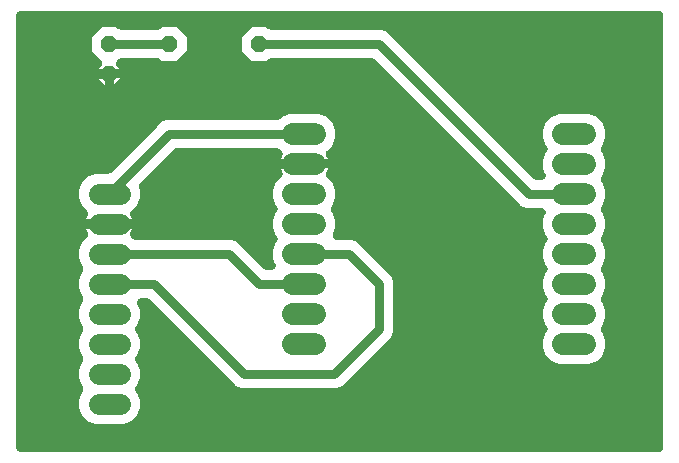
<source format=gbr>
G04 EAGLE Gerber RS-274X export*
G75*
%MOMM*%
%FSLAX34Y34*%
%LPD*%
%AMOC8*
5,1,8,0,0,1.08239X$1,22.5*%
G01*
%ADD10P,1.429621X8X292.500000*%
%ADD11P,1.429621X8X202.500000*%
%ADD12C,1.778000*%
%ADD13C,1.828800*%
%ADD14C,0.762000*%

G36*
X554275Y10164D02*
X554275Y10164D01*
X554320Y10162D01*
X554550Y10184D01*
X554780Y10201D01*
X554824Y10210D01*
X554869Y10215D01*
X555093Y10270D01*
X555319Y10320D01*
X555361Y10336D01*
X555405Y10346D01*
X555619Y10433D01*
X555835Y10515D01*
X555874Y10537D01*
X555916Y10554D01*
X556115Y10671D01*
X556317Y10783D01*
X556353Y10811D01*
X556392Y10834D01*
X556572Y10978D01*
X556755Y11118D01*
X556787Y11150D01*
X556822Y11179D01*
X556980Y11349D01*
X557141Y11513D01*
X557167Y11549D01*
X557198Y11582D01*
X557330Y11773D01*
X557465Y11959D01*
X557486Y11999D01*
X557512Y12036D01*
X557615Y12244D01*
X557722Y12447D01*
X557737Y12490D01*
X557757Y12530D01*
X557828Y12750D01*
X557905Y12968D01*
X557914Y13012D01*
X557928Y13055D01*
X557967Y13283D01*
X558011Y13509D01*
X558013Y13554D01*
X558021Y13599D01*
X558039Y13970D01*
X558039Y379630D01*
X558036Y379675D01*
X558038Y379720D01*
X558016Y379950D01*
X557999Y380180D01*
X557990Y380224D01*
X557985Y380269D01*
X557930Y380493D01*
X557880Y380719D01*
X557864Y380761D01*
X557854Y380805D01*
X557767Y381019D01*
X557685Y381235D01*
X557663Y381274D01*
X557646Y381316D01*
X557529Y381515D01*
X557417Y381717D01*
X557389Y381753D01*
X557366Y381792D01*
X557222Y381972D01*
X557082Y382155D01*
X557050Y382187D01*
X557021Y382222D01*
X556851Y382380D01*
X556687Y382541D01*
X556651Y382567D01*
X556618Y382598D01*
X556427Y382730D01*
X556241Y382865D01*
X556201Y382886D01*
X556164Y382912D01*
X555956Y383015D01*
X555753Y383122D01*
X555710Y383137D01*
X555670Y383157D01*
X555450Y383228D01*
X555232Y383305D01*
X555188Y383314D01*
X555145Y383328D01*
X554917Y383367D01*
X554691Y383411D01*
X554646Y383413D01*
X554601Y383421D01*
X554230Y383439D01*
X13970Y383439D01*
X13925Y383436D01*
X13880Y383438D01*
X13650Y383416D01*
X13420Y383399D01*
X13376Y383390D01*
X13331Y383385D01*
X13107Y383330D01*
X12881Y383280D01*
X12839Y383264D01*
X12795Y383254D01*
X12581Y383167D01*
X12365Y383085D01*
X12326Y383063D01*
X12284Y383046D01*
X12085Y382929D01*
X11883Y382817D01*
X11847Y382789D01*
X11808Y382766D01*
X11628Y382622D01*
X11445Y382482D01*
X11413Y382450D01*
X11378Y382421D01*
X11220Y382251D01*
X11059Y382087D01*
X11033Y382051D01*
X11002Y382018D01*
X10870Y381827D01*
X10735Y381641D01*
X10714Y381601D01*
X10688Y381564D01*
X10585Y381356D01*
X10478Y381153D01*
X10463Y381110D01*
X10443Y381070D01*
X10372Y380850D01*
X10295Y380632D01*
X10286Y380588D01*
X10272Y380545D01*
X10233Y380317D01*
X10189Y380091D01*
X10187Y380046D01*
X10179Y380001D01*
X10161Y379630D01*
X10161Y13970D01*
X10164Y13925D01*
X10162Y13880D01*
X10184Y13650D01*
X10201Y13420D01*
X10210Y13376D01*
X10215Y13331D01*
X10270Y13107D01*
X10320Y12881D01*
X10336Y12839D01*
X10346Y12795D01*
X10433Y12581D01*
X10515Y12365D01*
X10537Y12326D01*
X10554Y12284D01*
X10671Y12085D01*
X10783Y11883D01*
X10811Y11847D01*
X10834Y11808D01*
X10978Y11628D01*
X11118Y11445D01*
X11150Y11413D01*
X11179Y11378D01*
X11349Y11220D01*
X11513Y11059D01*
X11549Y11033D01*
X11582Y11002D01*
X11773Y10870D01*
X11959Y10735D01*
X11999Y10714D01*
X12036Y10688D01*
X12244Y10585D01*
X12447Y10478D01*
X12490Y10463D01*
X12530Y10443D01*
X12750Y10372D01*
X12968Y10295D01*
X13012Y10286D01*
X13055Y10272D01*
X13283Y10233D01*
X13509Y10189D01*
X13554Y10187D01*
X13599Y10179D01*
X13970Y10161D01*
X554230Y10161D01*
X554275Y10164D01*
G37*
%LPC*%
G36*
X76625Y33781D02*
X76625Y33781D01*
X70370Y36372D01*
X65582Y41160D01*
X62991Y47415D01*
X62991Y54185D01*
X65582Y60440D01*
X65948Y60806D01*
X65978Y60840D01*
X66011Y60871D01*
X66086Y60962D01*
X66156Y61033D01*
X66217Y61117D01*
X66309Y61224D01*
X66333Y61262D01*
X66362Y61297D01*
X66435Y61418D01*
X66480Y61479D01*
X66517Y61550D01*
X66606Y61689D01*
X66624Y61730D01*
X66648Y61769D01*
X66712Y61920D01*
X66737Y61968D01*
X66756Y62022D01*
X66832Y62192D01*
X66845Y62235D01*
X66862Y62277D01*
X66909Y62458D01*
X66920Y62488D01*
X66927Y62523D01*
X66984Y62722D01*
X66990Y62767D01*
X67001Y62811D01*
X67024Y63017D01*
X67026Y63029D01*
X67027Y63045D01*
X67057Y63269D01*
X67057Y63314D01*
X67061Y63359D01*
X67053Y63590D01*
X67051Y63821D01*
X67043Y63865D01*
X67042Y63911D01*
X67000Y64138D01*
X66964Y64366D01*
X66951Y64409D01*
X66943Y64453D01*
X66869Y64672D01*
X66800Y64892D01*
X66781Y64933D01*
X66766Y64976D01*
X66662Y65181D01*
X66562Y65390D01*
X66537Y65428D01*
X66516Y65468D01*
X66384Y65656D01*
X66254Y65848D01*
X66224Y65881D01*
X66198Y65918D01*
X65948Y66194D01*
X65582Y66560D01*
X62991Y72815D01*
X62991Y79585D01*
X65582Y85840D01*
X65948Y86206D01*
X65978Y86240D01*
X66011Y86271D01*
X66159Y86450D01*
X66309Y86624D01*
X66333Y86662D01*
X66362Y86697D01*
X66482Y86894D01*
X66606Y87089D01*
X66624Y87130D01*
X66648Y87169D01*
X66738Y87381D01*
X66832Y87592D01*
X66845Y87635D01*
X66862Y87677D01*
X66921Y87901D01*
X66984Y88122D01*
X66990Y88167D01*
X67001Y88211D01*
X67026Y88441D01*
X67057Y88669D01*
X67057Y88714D01*
X67061Y88759D01*
X67053Y88990D01*
X67051Y89221D01*
X67043Y89265D01*
X67042Y89311D01*
X67000Y89538D01*
X66964Y89766D01*
X66951Y89809D01*
X66943Y89853D01*
X66869Y90072D01*
X66800Y90292D01*
X66781Y90333D01*
X66766Y90376D01*
X66662Y90581D01*
X66562Y90790D01*
X66537Y90828D01*
X66516Y90868D01*
X66384Y91056D01*
X66254Y91248D01*
X66224Y91281D01*
X66198Y91318D01*
X65948Y91594D01*
X65582Y91960D01*
X62991Y98215D01*
X62991Y104985D01*
X65582Y111240D01*
X65948Y111606D01*
X65978Y111640D01*
X66011Y111671D01*
X66159Y111850D01*
X66309Y112024D01*
X66333Y112062D01*
X66362Y112097D01*
X66482Y112294D01*
X66606Y112489D01*
X66624Y112530D01*
X66648Y112569D01*
X66738Y112781D01*
X66832Y112992D01*
X66845Y113035D01*
X66862Y113077D01*
X66921Y113301D01*
X66984Y113522D01*
X66990Y113567D01*
X67001Y113611D01*
X67026Y113841D01*
X67057Y114069D01*
X67057Y114114D01*
X67061Y114159D01*
X67053Y114390D01*
X67051Y114621D01*
X67043Y114665D01*
X67042Y114711D01*
X67000Y114938D01*
X66964Y115166D01*
X66951Y115209D01*
X66943Y115253D01*
X66869Y115472D01*
X66800Y115692D01*
X66781Y115733D01*
X66766Y115776D01*
X66662Y115981D01*
X66562Y116190D01*
X66537Y116228D01*
X66516Y116268D01*
X66384Y116456D01*
X66254Y116648D01*
X66224Y116681D01*
X66198Y116718D01*
X65948Y116994D01*
X65582Y117360D01*
X62991Y123615D01*
X62991Y130385D01*
X65582Y136640D01*
X65948Y137006D01*
X65978Y137040D01*
X66011Y137071D01*
X66088Y137164D01*
X66141Y137218D01*
X66191Y137287D01*
X66309Y137424D01*
X66333Y137462D01*
X66362Y137497D01*
X66456Y137651D01*
X66465Y137664D01*
X66476Y137684D01*
X66482Y137694D01*
X66606Y137889D01*
X66624Y137930D01*
X66648Y137969D01*
X66738Y138181D01*
X66832Y138392D01*
X66845Y138435D01*
X66862Y138477D01*
X66921Y138701D01*
X66984Y138922D01*
X66990Y138967D01*
X67001Y139011D01*
X67026Y139241D01*
X67057Y139469D01*
X67057Y139514D01*
X67061Y139559D01*
X67053Y139790D01*
X67051Y140021D01*
X67043Y140065D01*
X67042Y140111D01*
X67000Y140338D01*
X66964Y140566D01*
X66951Y140609D01*
X66943Y140653D01*
X66869Y140872D01*
X66800Y141092D01*
X66781Y141133D01*
X66766Y141176D01*
X66662Y141381D01*
X66562Y141590D01*
X66537Y141628D01*
X66516Y141668D01*
X66384Y141856D01*
X66254Y142048D01*
X66224Y142081D01*
X66198Y142118D01*
X65948Y142394D01*
X65582Y142760D01*
X62991Y149015D01*
X62991Y155785D01*
X65582Y162040D01*
X65948Y162406D01*
X65978Y162441D01*
X66011Y162471D01*
X66159Y162650D01*
X66309Y162824D01*
X66333Y162862D01*
X66362Y162897D01*
X66482Y163094D01*
X66606Y163289D01*
X66624Y163330D01*
X66648Y163369D01*
X66737Y163581D01*
X66832Y163792D01*
X66845Y163835D01*
X66862Y163877D01*
X66920Y164100D01*
X66984Y164322D01*
X66990Y164367D01*
X67001Y164411D01*
X67026Y164640D01*
X67057Y164869D01*
X67057Y164914D01*
X67061Y164959D01*
X67053Y165190D01*
X67051Y165421D01*
X67043Y165465D01*
X67042Y165510D01*
X67000Y165738D01*
X66964Y165966D01*
X66951Y166009D01*
X66943Y166053D01*
X66869Y166272D01*
X66800Y166492D01*
X66781Y166533D01*
X66767Y166576D01*
X66662Y166782D01*
X66562Y166990D01*
X66537Y167027D01*
X66516Y167068D01*
X66383Y167256D01*
X66254Y167448D01*
X66224Y167481D01*
X66198Y167518D01*
X65948Y167794D01*
X65582Y168160D01*
X62991Y174415D01*
X62991Y181185D01*
X65582Y187440D01*
X70086Y191945D01*
X70101Y191961D01*
X70117Y191976D01*
X70281Y192170D01*
X70447Y192362D01*
X70459Y192380D01*
X70473Y192397D01*
X70608Y192613D01*
X70744Y192827D01*
X70753Y192847D01*
X70765Y192866D01*
X70866Y193097D01*
X70971Y193330D01*
X70977Y193351D01*
X70985Y193371D01*
X71052Y193616D01*
X71122Y193860D01*
X71125Y193882D01*
X71131Y193904D01*
X71161Y194155D01*
X71195Y194407D01*
X71195Y194429D01*
X71198Y194451D01*
X71192Y194705D01*
X71189Y194959D01*
X71185Y194981D01*
X71185Y195003D01*
X71142Y195253D01*
X71103Y195504D01*
X71096Y195525D01*
X71092Y195547D01*
X71014Y195787D01*
X70939Y196031D01*
X70929Y196050D01*
X70922Y196071D01*
X70810Y196299D01*
X70700Y196528D01*
X70688Y196546D01*
X70678Y196566D01*
X70475Y196877D01*
X70234Y197209D01*
X69417Y198812D01*
X69229Y199391D01*
X88900Y199391D01*
X108571Y199391D01*
X108383Y198812D01*
X107566Y197209D01*
X107325Y196877D01*
X107314Y196858D01*
X107300Y196841D01*
X107168Y196624D01*
X107034Y196409D01*
X107025Y196388D01*
X107014Y196369D01*
X106915Y196135D01*
X106814Y195903D01*
X106808Y195882D01*
X106800Y195861D01*
X106736Y195616D01*
X106669Y195371D01*
X106666Y195348D01*
X106661Y195327D01*
X106633Y195076D01*
X106602Y194823D01*
X106603Y194801D01*
X106600Y194779D01*
X106609Y194526D01*
X106616Y194271D01*
X106619Y194250D01*
X106620Y194228D01*
X106666Y193977D01*
X106708Y193728D01*
X106715Y193707D01*
X106719Y193685D01*
X106801Y193442D01*
X106879Y193203D01*
X106888Y193183D01*
X106895Y193162D01*
X107010Y192936D01*
X107123Y192708D01*
X107135Y192690D01*
X107145Y192670D01*
X107291Y192464D01*
X107436Y192254D01*
X107451Y192238D01*
X107464Y192220D01*
X107714Y191945D01*
X108804Y190854D01*
X108959Y190720D01*
X109110Y190580D01*
X109168Y190540D01*
X109221Y190494D01*
X109394Y190383D01*
X109563Y190266D01*
X109627Y190235D01*
X109686Y190197D01*
X109874Y190112D01*
X110058Y190021D01*
X110125Y189999D01*
X110189Y189970D01*
X110387Y189914D01*
X110582Y189850D01*
X110652Y189838D01*
X110720Y189819D01*
X110923Y189792D01*
X111126Y189757D01*
X111216Y189752D01*
X111266Y189746D01*
X111337Y189747D01*
X111497Y189739D01*
X192875Y189739D01*
X197263Y187921D01*
X219729Y165454D01*
X219884Y165321D01*
X220035Y165180D01*
X220094Y165140D01*
X220147Y165094D01*
X220320Y164983D01*
X220489Y164866D01*
X220552Y164835D01*
X220612Y164797D01*
X220799Y164713D01*
X220983Y164621D01*
X221051Y164599D01*
X221115Y164570D01*
X221313Y164514D01*
X221508Y164450D01*
X221577Y164438D01*
X221645Y164419D01*
X221849Y164392D01*
X222052Y164357D01*
X222142Y164352D01*
X222192Y164346D01*
X222263Y164347D01*
X222423Y164339D01*
X226035Y164339D01*
X226275Y164356D01*
X226515Y164369D01*
X226550Y164376D01*
X226585Y164379D01*
X226820Y164431D01*
X227056Y164478D01*
X227089Y164490D01*
X227124Y164498D01*
X227349Y164583D01*
X227576Y164664D01*
X227607Y164681D01*
X227640Y164693D01*
X227850Y164810D01*
X228063Y164923D01*
X228091Y164944D01*
X228122Y164961D01*
X228313Y165107D01*
X228507Y165250D01*
X228532Y165275D01*
X228560Y165296D01*
X228728Y165468D01*
X228900Y165637D01*
X228921Y165666D01*
X228946Y165691D01*
X229086Y165884D01*
X229232Y166078D01*
X229250Y166109D01*
X229270Y166137D01*
X229382Y166349D01*
X229498Y166561D01*
X229510Y166594D01*
X229527Y166625D01*
X229607Y166852D01*
X229691Y167078D01*
X229698Y167112D01*
X229710Y167146D01*
X229756Y167382D01*
X229807Y167617D01*
X229809Y167653D01*
X229816Y167687D01*
X229828Y167928D01*
X229844Y168168D01*
X229841Y168203D01*
X229843Y168238D01*
X229820Y168478D01*
X229801Y168718D01*
X229794Y168752D01*
X229790Y168787D01*
X229733Y169020D01*
X229680Y169256D01*
X229665Y169297D01*
X229659Y169323D01*
X229634Y169384D01*
X229554Y169606D01*
X227583Y174364D01*
X227583Y181236D01*
X230213Y187584D01*
X230435Y187806D01*
X230465Y187841D01*
X230498Y187871D01*
X230645Y188049D01*
X230796Y188224D01*
X230820Y188262D01*
X230849Y188297D01*
X230968Y188494D01*
X231093Y188689D01*
X231111Y188730D01*
X231135Y188769D01*
X231224Y188981D01*
X231319Y189192D01*
X231332Y189235D01*
X231349Y189277D01*
X231407Y189500D01*
X231471Y189722D01*
X231477Y189767D01*
X231488Y189811D01*
X231513Y190041D01*
X231544Y190269D01*
X231543Y190314D01*
X231548Y190359D01*
X231540Y190590D01*
X231537Y190821D01*
X231530Y190865D01*
X231529Y190911D01*
X231487Y191137D01*
X231451Y191366D01*
X231438Y191409D01*
X231430Y191453D01*
X231356Y191671D01*
X231287Y191892D01*
X231268Y191933D01*
X231253Y191976D01*
X231149Y192181D01*
X231049Y192390D01*
X231024Y192428D01*
X231003Y192468D01*
X230870Y192656D01*
X230741Y192848D01*
X230711Y192881D01*
X230685Y192918D01*
X230435Y193194D01*
X230213Y193416D01*
X227583Y199764D01*
X227583Y206636D01*
X230213Y212984D01*
X230435Y213206D01*
X230465Y213241D01*
X230498Y213271D01*
X230577Y213366D01*
X230613Y213403D01*
X230652Y213457D01*
X230796Y213624D01*
X230820Y213662D01*
X230849Y213697D01*
X230968Y213894D01*
X231093Y214089D01*
X231111Y214130D01*
X231135Y214169D01*
X231224Y214381D01*
X231319Y214592D01*
X231332Y214635D01*
X231349Y214677D01*
X231407Y214900D01*
X231471Y215122D01*
X231477Y215167D01*
X231488Y215211D01*
X231513Y215441D01*
X231544Y215669D01*
X231543Y215714D01*
X231548Y215759D01*
X231540Y215990D01*
X231537Y216221D01*
X231530Y216265D01*
X231529Y216311D01*
X231487Y216537D01*
X231451Y216766D01*
X231438Y216809D01*
X231430Y216853D01*
X231356Y217071D01*
X231287Y217292D01*
X231268Y217333D01*
X231253Y217376D01*
X231149Y217581D01*
X231049Y217790D01*
X231024Y217828D01*
X231003Y217868D01*
X230870Y218056D01*
X230741Y218248D01*
X230711Y218281D01*
X230685Y218318D01*
X230435Y218594D01*
X230213Y218816D01*
X227583Y225164D01*
X227583Y232036D01*
X230213Y238384D01*
X234599Y242771D01*
X234614Y242788D01*
X234630Y242802D01*
X234794Y242996D01*
X234960Y243188D01*
X234972Y243207D01*
X234986Y243224D01*
X235120Y243439D01*
X235257Y243653D01*
X235266Y243673D01*
X235278Y243692D01*
X235379Y243924D01*
X235484Y244156D01*
X235490Y244177D01*
X235498Y244198D01*
X235565Y244443D01*
X235635Y244687D01*
X235638Y244709D01*
X235644Y244730D01*
X235674Y244981D01*
X235708Y245233D01*
X235708Y245256D01*
X235711Y245277D01*
X235705Y245531D01*
X235702Y245785D01*
X235698Y245807D01*
X235698Y245829D01*
X235655Y246079D01*
X235616Y246330D01*
X235609Y246351D01*
X235605Y246373D01*
X235527Y246613D01*
X235452Y246857D01*
X235442Y246877D01*
X235435Y246898D01*
X235323Y247125D01*
X235213Y247354D01*
X235201Y247373D01*
X235191Y247392D01*
X234988Y247703D01*
X234862Y247876D01*
X234027Y249514D01*
X233808Y250191D01*
X254000Y250191D01*
X274192Y250191D01*
X273973Y249514D01*
X273138Y247876D01*
X273012Y247703D01*
X273001Y247685D01*
X272987Y247668D01*
X272856Y247451D01*
X272721Y247235D01*
X272712Y247215D01*
X272701Y247196D01*
X272603Y246963D01*
X272501Y246729D01*
X272495Y246708D01*
X272487Y246687D01*
X272423Y246443D01*
X272356Y246197D01*
X272353Y246175D01*
X272348Y246154D01*
X272320Y245901D01*
X272289Y245649D01*
X272290Y245627D01*
X272287Y245605D01*
X272296Y245350D01*
X272303Y245098D01*
X272306Y245076D01*
X272307Y245054D01*
X272353Y244804D01*
X272395Y244554D01*
X272402Y244533D01*
X272406Y244511D01*
X272487Y244271D01*
X272566Y244029D01*
X272575Y244009D01*
X272582Y243988D01*
X272697Y243763D01*
X272810Y243535D01*
X272822Y243516D01*
X272832Y243497D01*
X272978Y243290D01*
X273123Y243080D01*
X273138Y243064D01*
X273151Y243046D01*
X273401Y242771D01*
X277787Y238384D01*
X280417Y232036D01*
X280417Y225164D01*
X277787Y218816D01*
X277565Y218594D01*
X277535Y218559D01*
X277502Y218529D01*
X277355Y218350D01*
X277204Y218176D01*
X277180Y218138D01*
X277151Y218103D01*
X277031Y217906D01*
X276907Y217711D01*
X276889Y217670D01*
X276865Y217631D01*
X276776Y217419D01*
X276681Y217208D01*
X276668Y217165D01*
X276651Y217123D01*
X276593Y216900D01*
X276529Y216678D01*
X276523Y216633D01*
X276512Y216589D01*
X276487Y216360D01*
X276456Y216131D01*
X276457Y216086D01*
X276452Y216041D01*
X276460Y215810D01*
X276463Y215579D01*
X276470Y215535D01*
X276471Y215490D01*
X276513Y215262D01*
X276549Y215034D01*
X276562Y214991D01*
X276570Y214947D01*
X276644Y214728D01*
X276713Y214508D01*
X276732Y214467D01*
X276747Y214424D01*
X276852Y214218D01*
X276951Y214010D01*
X276976Y213973D01*
X276997Y213932D01*
X277130Y213744D01*
X277259Y213552D01*
X277289Y213519D01*
X277315Y213482D01*
X277491Y213288D01*
X277507Y213268D01*
X277520Y213255D01*
X277565Y213206D01*
X277787Y212984D01*
X280417Y206636D01*
X280417Y199764D01*
X278446Y195006D01*
X278370Y194777D01*
X278290Y194550D01*
X278283Y194516D01*
X278272Y194482D01*
X278230Y194244D01*
X278184Y194009D01*
X278182Y193974D01*
X278176Y193939D01*
X278169Y193697D01*
X278157Y193458D01*
X278160Y193423D01*
X278159Y193387D01*
X278187Y193148D01*
X278210Y192909D01*
X278218Y192875D01*
X278222Y192839D01*
X278284Y192606D01*
X278341Y192373D01*
X278355Y192340D01*
X278364Y192306D01*
X278458Y192086D01*
X278549Y191862D01*
X278567Y191831D01*
X278581Y191799D01*
X278707Y191594D01*
X278829Y191386D01*
X278851Y191359D01*
X278869Y191329D01*
X279023Y191144D01*
X279174Y190956D01*
X279200Y190932D01*
X279222Y190905D01*
X279401Y190745D01*
X279577Y190580D01*
X279607Y190560D01*
X279633Y190536D01*
X279833Y190403D01*
X280031Y190266D01*
X280063Y190250D01*
X280092Y190231D01*
X280309Y190128D01*
X280525Y190021D01*
X280559Y190010D01*
X280591Y189995D01*
X280821Y189925D01*
X281050Y189850D01*
X281085Y189844D01*
X281119Y189834D01*
X281356Y189798D01*
X281594Y189757D01*
X281637Y189755D01*
X281664Y189751D01*
X281730Y189750D01*
X281965Y189739D01*
X294475Y189739D01*
X298863Y187921D01*
X327621Y159163D01*
X329439Y154775D01*
X329439Y111925D01*
X327621Y107537D01*
X286163Y66079D01*
X281775Y64261D01*
X200825Y64261D01*
X196437Y66079D01*
X123171Y139346D01*
X123016Y139479D01*
X122865Y139620D01*
X122806Y139660D01*
X122753Y139706D01*
X122580Y139817D01*
X122411Y139934D01*
X122348Y139965D01*
X122288Y140003D01*
X122101Y140087D01*
X121917Y140179D01*
X121849Y140201D01*
X121785Y140230D01*
X121587Y140286D01*
X121392Y140350D01*
X121323Y140362D01*
X121255Y140381D01*
X121051Y140408D01*
X120848Y140443D01*
X120758Y140448D01*
X120708Y140454D01*
X120637Y140453D01*
X120477Y140461D01*
X116336Y140461D01*
X116096Y140444D01*
X115856Y140431D01*
X115821Y140424D01*
X115786Y140421D01*
X115551Y140369D01*
X115315Y140322D01*
X115282Y140310D01*
X115247Y140302D01*
X115022Y140217D01*
X114795Y140136D01*
X114764Y140119D01*
X114731Y140107D01*
X114521Y139990D01*
X114308Y139877D01*
X114280Y139856D01*
X114249Y139839D01*
X114057Y139692D01*
X113864Y139550D01*
X113839Y139525D01*
X113811Y139504D01*
X113643Y139332D01*
X113471Y139163D01*
X113450Y139134D01*
X113425Y139109D01*
X113284Y138915D01*
X113139Y138722D01*
X113122Y138691D01*
X113101Y138663D01*
X112989Y138451D01*
X112873Y138239D01*
X112861Y138206D01*
X112844Y138175D01*
X112764Y137947D01*
X112680Y137722D01*
X112673Y137688D01*
X112661Y137654D01*
X112615Y137418D01*
X112564Y137183D01*
X112562Y137147D01*
X112555Y137113D01*
X112543Y136872D01*
X112527Y136632D01*
X112530Y136597D01*
X112528Y136562D01*
X112551Y136322D01*
X112570Y136082D01*
X112577Y136048D01*
X112581Y136013D01*
X112638Y135780D01*
X112691Y135544D01*
X112706Y135503D01*
X112713Y135477D01*
X112737Y135416D01*
X112817Y135194D01*
X114809Y130385D01*
X114809Y123615D01*
X112218Y117360D01*
X111852Y116994D01*
X111822Y116959D01*
X111789Y116929D01*
X111641Y116750D01*
X111491Y116576D01*
X111467Y116538D01*
X111438Y116503D01*
X111318Y116306D01*
X111194Y116111D01*
X111176Y116070D01*
X111152Y116031D01*
X111063Y115819D01*
X110968Y115608D01*
X110955Y115565D01*
X110938Y115523D01*
X110880Y115300D01*
X110816Y115078D01*
X110810Y115033D01*
X110799Y114989D01*
X110774Y114760D01*
X110743Y114531D01*
X110743Y114486D01*
X110739Y114441D01*
X110747Y114210D01*
X110749Y113979D01*
X110757Y113935D01*
X110758Y113890D01*
X110800Y113662D01*
X110836Y113434D01*
X110849Y113391D01*
X110857Y113347D01*
X110931Y113128D01*
X111000Y112908D01*
X111019Y112867D01*
X111033Y112824D01*
X111138Y112618D01*
X111238Y112410D01*
X111263Y112373D01*
X111284Y112332D01*
X111417Y112144D01*
X111546Y111952D01*
X111576Y111919D01*
X111602Y111882D01*
X111852Y111606D01*
X112218Y111240D01*
X114809Y104985D01*
X114809Y98215D01*
X112218Y91960D01*
X111852Y91594D01*
X111822Y91559D01*
X111789Y91529D01*
X111641Y91350D01*
X111491Y91176D01*
X111467Y91138D01*
X111438Y91103D01*
X111318Y90906D01*
X111194Y90711D01*
X111176Y90670D01*
X111152Y90631D01*
X111063Y90419D01*
X110968Y90208D01*
X110955Y90165D01*
X110938Y90123D01*
X110880Y89900D01*
X110816Y89678D01*
X110810Y89633D01*
X110799Y89589D01*
X110774Y89360D01*
X110743Y89131D01*
X110743Y89086D01*
X110739Y89041D01*
X110747Y88810D01*
X110749Y88579D01*
X110757Y88535D01*
X110758Y88490D01*
X110800Y88262D01*
X110836Y88034D01*
X110849Y87991D01*
X110857Y87947D01*
X110931Y87728D01*
X111000Y87508D01*
X111019Y87467D01*
X111033Y87424D01*
X111138Y87218D01*
X111238Y87010D01*
X111263Y86973D01*
X111284Y86932D01*
X111417Y86744D01*
X111546Y86552D01*
X111576Y86519D01*
X111602Y86482D01*
X111852Y86206D01*
X112218Y85840D01*
X114809Y79585D01*
X114809Y72815D01*
X112218Y66560D01*
X111852Y66194D01*
X111822Y66159D01*
X111789Y66129D01*
X111641Y65950D01*
X111491Y65776D01*
X111467Y65738D01*
X111438Y65703D01*
X111318Y65506D01*
X111194Y65311D01*
X111176Y65270D01*
X111152Y65231D01*
X111063Y65019D01*
X110968Y64808D01*
X110955Y64765D01*
X110938Y64723D01*
X110880Y64500D01*
X110816Y64278D01*
X110810Y64233D01*
X110799Y64189D01*
X110774Y63960D01*
X110743Y63731D01*
X110743Y63686D01*
X110739Y63641D01*
X110747Y63410D01*
X110747Y63401D01*
X110747Y63400D01*
X110747Y63399D01*
X110749Y63179D01*
X110757Y63135D01*
X110758Y63090D01*
X110798Y62873D01*
X110800Y62851D01*
X110804Y62833D01*
X110836Y62634D01*
X110849Y62591D01*
X110857Y62547D01*
X110921Y62357D01*
X110931Y62315D01*
X110946Y62279D01*
X111000Y62108D01*
X111019Y62067D01*
X111033Y62024D01*
X111115Y61864D01*
X111139Y61804D01*
X111170Y61752D01*
X111238Y61610D01*
X111263Y61573D01*
X111284Y61532D01*
X111374Y61404D01*
X111419Y61328D01*
X111471Y61263D01*
X111546Y61152D01*
X111576Y61119D01*
X111602Y61082D01*
X111726Y60945D01*
X111764Y60898D01*
X111795Y60869D01*
X111852Y60806D01*
X112218Y60440D01*
X114809Y54185D01*
X114809Y47415D01*
X112218Y41160D01*
X107430Y36372D01*
X101175Y33781D01*
X76625Y33781D01*
G37*
%LPD*%
%LPC*%
G36*
X470020Y84327D02*
X470020Y84327D01*
X463672Y86957D01*
X458813Y91816D01*
X456183Y98164D01*
X456183Y105036D01*
X458813Y111384D01*
X459035Y111606D01*
X459065Y111641D01*
X459098Y111671D01*
X459245Y111849D01*
X459396Y112024D01*
X459420Y112062D01*
X459449Y112097D01*
X459568Y112294D01*
X459693Y112489D01*
X459711Y112530D01*
X459735Y112569D01*
X459824Y112781D01*
X459919Y112992D01*
X459932Y113035D01*
X459949Y113077D01*
X460007Y113300D01*
X460071Y113522D01*
X460077Y113567D01*
X460088Y113611D01*
X460113Y113841D01*
X460144Y114069D01*
X460143Y114114D01*
X460148Y114159D01*
X460140Y114390D01*
X460137Y114621D01*
X460130Y114665D01*
X460129Y114711D01*
X460087Y114937D01*
X460051Y115166D01*
X460038Y115209D01*
X460030Y115253D01*
X459956Y115471D01*
X459887Y115692D01*
X459868Y115733D01*
X459853Y115776D01*
X459749Y115981D01*
X459649Y116190D01*
X459624Y116228D01*
X459603Y116268D01*
X459470Y116456D01*
X459341Y116648D01*
X459311Y116681D01*
X459285Y116718D01*
X459035Y116994D01*
X458813Y117216D01*
X456183Y123564D01*
X456183Y130436D01*
X458813Y136784D01*
X459035Y137006D01*
X459065Y137041D01*
X459098Y137071D01*
X459175Y137164D01*
X459228Y137218D01*
X459278Y137287D01*
X459396Y137424D01*
X459420Y137462D01*
X459449Y137497D01*
X459543Y137651D01*
X459552Y137664D01*
X459562Y137684D01*
X459568Y137694D01*
X459693Y137889D01*
X459711Y137930D01*
X459735Y137969D01*
X459824Y138181D01*
X459919Y138392D01*
X459932Y138435D01*
X459949Y138477D01*
X460007Y138700D01*
X460071Y138922D01*
X460077Y138967D01*
X460088Y139011D01*
X460113Y139241D01*
X460144Y139469D01*
X460143Y139514D01*
X460148Y139559D01*
X460140Y139790D01*
X460137Y140021D01*
X460130Y140065D01*
X460129Y140111D01*
X460087Y140337D01*
X460051Y140566D01*
X460038Y140609D01*
X460030Y140653D01*
X459956Y140871D01*
X459887Y141092D01*
X459868Y141133D01*
X459853Y141176D01*
X459749Y141381D01*
X459649Y141590D01*
X459624Y141628D01*
X459603Y141668D01*
X459470Y141856D01*
X459341Y142048D01*
X459311Y142081D01*
X459285Y142118D01*
X459035Y142394D01*
X458813Y142616D01*
X456183Y148964D01*
X456183Y155836D01*
X458813Y162184D01*
X459035Y162406D01*
X459065Y162441D01*
X459098Y162471D01*
X459245Y162649D01*
X459396Y162824D01*
X459420Y162862D01*
X459449Y162897D01*
X459568Y163094D01*
X459693Y163289D01*
X459711Y163330D01*
X459735Y163369D01*
X459824Y163581D01*
X459919Y163792D01*
X459932Y163835D01*
X459949Y163877D01*
X460007Y164100D01*
X460071Y164322D01*
X460077Y164367D01*
X460088Y164411D01*
X460113Y164641D01*
X460144Y164869D01*
X460143Y164914D01*
X460148Y164959D01*
X460140Y165190D01*
X460137Y165421D01*
X460130Y165465D01*
X460129Y165511D01*
X460087Y165737D01*
X460051Y165966D01*
X460038Y166009D01*
X460030Y166053D01*
X459956Y166271D01*
X459887Y166492D01*
X459868Y166533D01*
X459853Y166576D01*
X459749Y166781D01*
X459649Y166990D01*
X459624Y167028D01*
X459603Y167068D01*
X459470Y167256D01*
X459341Y167448D01*
X459311Y167481D01*
X459285Y167518D01*
X459035Y167794D01*
X458813Y168016D01*
X456183Y174364D01*
X456183Y181236D01*
X458813Y187584D01*
X459035Y187806D01*
X459065Y187841D01*
X459098Y187871D01*
X459245Y188049D01*
X459396Y188224D01*
X459420Y188262D01*
X459449Y188297D01*
X459568Y188494D01*
X459693Y188689D01*
X459711Y188730D01*
X459735Y188769D01*
X459824Y188981D01*
X459919Y189192D01*
X459932Y189235D01*
X459949Y189277D01*
X460007Y189500D01*
X460071Y189722D01*
X460077Y189767D01*
X460088Y189811D01*
X460113Y190041D01*
X460144Y190269D01*
X460143Y190314D01*
X460148Y190359D01*
X460140Y190590D01*
X460137Y190821D01*
X460130Y190865D01*
X460129Y190911D01*
X460087Y191137D01*
X460051Y191366D01*
X460038Y191409D01*
X460030Y191453D01*
X459956Y191671D01*
X459887Y191892D01*
X459868Y191933D01*
X459853Y191976D01*
X459749Y192181D01*
X459649Y192390D01*
X459624Y192428D01*
X459603Y192468D01*
X459470Y192656D01*
X459341Y192848D01*
X459311Y192881D01*
X459285Y192918D01*
X459035Y193194D01*
X458813Y193416D01*
X456183Y199764D01*
X456183Y206636D01*
X458154Y211394D01*
X458230Y211623D01*
X458310Y211850D01*
X458317Y211884D01*
X458328Y211918D01*
X458370Y212155D01*
X458416Y212391D01*
X458418Y212426D01*
X458424Y212461D01*
X458431Y212701D01*
X458443Y212942D01*
X458440Y212977D01*
X458441Y213013D01*
X458413Y213252D01*
X458390Y213491D01*
X458382Y213525D01*
X458378Y213561D01*
X458316Y213794D01*
X458259Y214027D01*
X458245Y214059D01*
X458236Y214094D01*
X458141Y214316D01*
X458051Y214538D01*
X458033Y214568D01*
X458019Y214601D01*
X457894Y214806D01*
X457771Y215014D01*
X457749Y215041D01*
X457731Y215071D01*
X457578Y215255D01*
X457426Y215444D01*
X457400Y215468D01*
X457378Y215495D01*
X457199Y215656D01*
X457023Y215820D01*
X456994Y215840D01*
X456967Y215864D01*
X456767Y215997D01*
X456569Y216134D01*
X456537Y216150D01*
X456508Y216169D01*
X456290Y216272D01*
X456075Y216379D01*
X456041Y216390D01*
X456009Y216405D01*
X455779Y216475D01*
X455550Y216550D01*
X455515Y216556D01*
X455482Y216566D01*
X455244Y216602D01*
X455006Y216643D01*
X454963Y216645D01*
X454936Y216649D01*
X454871Y216650D01*
X454635Y216661D01*
X442125Y216661D01*
X437737Y218479D01*
X313671Y342546D01*
X313516Y342679D01*
X313365Y342820D01*
X313306Y342860D01*
X313253Y342906D01*
X313080Y343017D01*
X312911Y343134D01*
X312848Y343165D01*
X312788Y343203D01*
X312601Y343287D01*
X312417Y343379D01*
X312349Y343401D01*
X312285Y343430D01*
X312087Y343486D01*
X311892Y343550D01*
X311823Y343562D01*
X311755Y343581D01*
X311551Y343608D01*
X311348Y343643D01*
X311258Y343648D01*
X311208Y343654D01*
X311137Y343653D01*
X310977Y343661D01*
X226374Y343661D01*
X226169Y343646D01*
X225964Y343639D01*
X225895Y343626D01*
X225824Y343621D01*
X225623Y343577D01*
X225421Y343540D01*
X225354Y343518D01*
X225285Y343502D01*
X225093Y343429D01*
X224898Y343364D01*
X224835Y343332D01*
X224770Y343307D01*
X224590Y343207D01*
X224407Y343114D01*
X224349Y343073D01*
X224287Y343039D01*
X224124Y342914D01*
X223956Y342795D01*
X223889Y342735D01*
X223849Y342704D01*
X223800Y342653D01*
X223681Y342546D01*
X222002Y340867D01*
X209797Y340867D01*
X201167Y349497D01*
X201167Y361703D01*
X209797Y370333D01*
X222002Y370333D01*
X223681Y368654D01*
X223836Y368520D01*
X223987Y368380D01*
X224045Y368340D01*
X224098Y368294D01*
X224271Y368183D01*
X224440Y368066D01*
X224504Y368035D01*
X224563Y367997D01*
X224751Y367912D01*
X224935Y367821D01*
X225002Y367799D01*
X225066Y367770D01*
X225264Y367714D01*
X225459Y367650D01*
X225529Y367638D01*
X225597Y367619D01*
X225800Y367592D01*
X226003Y367557D01*
X226093Y367552D01*
X226143Y367546D01*
X226214Y367547D01*
X226374Y367539D01*
X319875Y367539D01*
X324263Y365721D01*
X448329Y241654D01*
X448484Y241521D01*
X448635Y241380D01*
X448694Y241340D01*
X448747Y241294D01*
X448920Y241183D01*
X449089Y241066D01*
X449152Y241035D01*
X449212Y240997D01*
X449399Y240913D01*
X449583Y240821D01*
X449651Y240799D01*
X449715Y240770D01*
X449913Y240714D01*
X450108Y240650D01*
X450177Y240638D01*
X450245Y240619D01*
X450449Y240592D01*
X450652Y240557D01*
X450742Y240552D01*
X450792Y240546D01*
X450863Y240547D01*
X451023Y240539D01*
X454635Y240539D01*
X454875Y240556D01*
X455115Y240569D01*
X455150Y240576D01*
X455185Y240579D01*
X455420Y240631D01*
X455656Y240678D01*
X455689Y240690D01*
X455724Y240698D01*
X455949Y240783D01*
X456176Y240864D01*
X456207Y240881D01*
X456240Y240893D01*
X456450Y241010D01*
X456663Y241123D01*
X456691Y241144D01*
X456722Y241161D01*
X456914Y241308D01*
X457107Y241450D01*
X457132Y241475D01*
X457160Y241496D01*
X457328Y241668D01*
X457500Y241837D01*
X457521Y241866D01*
X457546Y241891D01*
X457687Y242085D01*
X457833Y242278D01*
X457850Y242309D01*
X457870Y242337D01*
X457982Y242549D01*
X458098Y242761D01*
X458110Y242794D01*
X458127Y242825D01*
X458207Y243052D01*
X458291Y243278D01*
X458298Y243312D01*
X458310Y243346D01*
X458356Y243582D01*
X458407Y243817D01*
X458410Y243853D01*
X458416Y243887D01*
X458428Y244128D01*
X458444Y244368D01*
X458442Y244403D01*
X458443Y244438D01*
X458420Y244678D01*
X458401Y244918D01*
X458394Y244952D01*
X458390Y244987D01*
X458333Y245220D01*
X458280Y245456D01*
X458265Y245497D01*
X458259Y245523D01*
X458234Y245584D01*
X458154Y245806D01*
X456183Y250564D01*
X456183Y257436D01*
X458813Y263784D01*
X459035Y264006D01*
X459065Y264041D01*
X459098Y264071D01*
X459245Y264250D01*
X459396Y264424D01*
X459420Y264462D01*
X459449Y264497D01*
X459569Y264694D01*
X459693Y264889D01*
X459711Y264930D01*
X459735Y264969D01*
X459824Y265181D01*
X459919Y265392D01*
X459932Y265435D01*
X459949Y265477D01*
X460007Y265700D01*
X460071Y265922D01*
X460077Y265967D01*
X460088Y266011D01*
X460113Y266240D01*
X460144Y266469D01*
X460143Y266514D01*
X460148Y266559D01*
X460140Y266790D01*
X460137Y267021D01*
X460130Y267065D01*
X460129Y267110D01*
X460087Y267338D01*
X460051Y267566D01*
X460038Y267609D01*
X460030Y267653D01*
X459956Y267872D01*
X459887Y268092D01*
X459868Y268133D01*
X459853Y268176D01*
X459748Y268382D01*
X459649Y268590D01*
X459624Y268627D01*
X459603Y268668D01*
X459470Y268856D01*
X459341Y269048D01*
X459311Y269081D01*
X459285Y269118D01*
X459035Y269394D01*
X458813Y269616D01*
X456183Y275964D01*
X456183Y282836D01*
X458813Y289184D01*
X463672Y294043D01*
X470020Y296673D01*
X495180Y296673D01*
X501528Y294043D01*
X506387Y289184D01*
X509017Y282836D01*
X509017Y275964D01*
X506387Y269616D01*
X506165Y269394D01*
X506135Y269359D01*
X506102Y269329D01*
X505955Y269151D01*
X505804Y268976D01*
X505780Y268938D01*
X505751Y268903D01*
X505632Y268706D01*
X505507Y268511D01*
X505489Y268470D01*
X505465Y268431D01*
X505376Y268219D01*
X505281Y268008D01*
X505268Y267965D01*
X505251Y267923D01*
X505193Y267700D01*
X505129Y267478D01*
X505123Y267433D01*
X505112Y267389D01*
X505087Y267159D01*
X505056Y266931D01*
X505057Y266886D01*
X505052Y266841D01*
X505060Y266610D01*
X505063Y266379D01*
X505070Y266335D01*
X505071Y266289D01*
X505113Y266063D01*
X505149Y265834D01*
X505162Y265791D01*
X505170Y265747D01*
X505244Y265529D01*
X505313Y265308D01*
X505332Y265267D01*
X505347Y265224D01*
X505451Y265019D01*
X505551Y264810D01*
X505576Y264772D01*
X505597Y264732D01*
X505730Y264544D01*
X505859Y264352D01*
X505889Y264319D01*
X505915Y264282D01*
X506165Y264006D01*
X506387Y263784D01*
X509017Y257436D01*
X509017Y250564D01*
X506387Y244216D01*
X506165Y243994D01*
X506135Y243959D01*
X506102Y243929D01*
X505955Y243750D01*
X505804Y243576D01*
X505780Y243538D01*
X505751Y243503D01*
X505631Y243306D01*
X505507Y243111D01*
X505489Y243070D01*
X505465Y243031D01*
X505376Y242819D01*
X505281Y242608D01*
X505268Y242565D01*
X505251Y242523D01*
X505193Y242300D01*
X505129Y242078D01*
X505123Y242033D01*
X505112Y241989D01*
X505087Y241760D01*
X505056Y241531D01*
X505057Y241486D01*
X505052Y241441D01*
X505060Y241210D01*
X505063Y240979D01*
X505070Y240935D01*
X505071Y240890D01*
X505113Y240662D01*
X505149Y240434D01*
X505162Y240391D01*
X505170Y240347D01*
X505244Y240128D01*
X505313Y239908D01*
X505332Y239867D01*
X505347Y239824D01*
X505452Y239618D01*
X505551Y239410D01*
X505576Y239373D01*
X505597Y239332D01*
X505730Y239144D01*
X505859Y238952D01*
X505889Y238919D01*
X505915Y238882D01*
X506165Y238606D01*
X506387Y238384D01*
X509017Y232036D01*
X509017Y225164D01*
X506387Y218816D01*
X506165Y218594D01*
X506135Y218559D01*
X506102Y218529D01*
X505955Y218350D01*
X505804Y218176D01*
X505780Y218138D01*
X505751Y218103D01*
X505631Y217906D01*
X505507Y217711D01*
X505489Y217670D01*
X505465Y217631D01*
X505376Y217419D01*
X505281Y217208D01*
X505268Y217165D01*
X505251Y217123D01*
X505193Y216900D01*
X505129Y216678D01*
X505123Y216633D01*
X505112Y216589D01*
X505087Y216360D01*
X505056Y216131D01*
X505057Y216086D01*
X505052Y216041D01*
X505060Y215810D01*
X505063Y215579D01*
X505070Y215535D01*
X505071Y215490D01*
X505113Y215262D01*
X505149Y215034D01*
X505162Y214991D01*
X505170Y214947D01*
X505244Y214728D01*
X505313Y214508D01*
X505332Y214467D01*
X505347Y214424D01*
X505452Y214218D01*
X505551Y214010D01*
X505576Y213973D01*
X505597Y213932D01*
X505730Y213744D01*
X505859Y213552D01*
X505889Y213519D01*
X505915Y213482D01*
X506091Y213288D01*
X506107Y213268D01*
X506120Y213255D01*
X506165Y213206D01*
X506387Y212984D01*
X509017Y206636D01*
X509017Y199764D01*
X506387Y193416D01*
X506165Y193194D01*
X506135Y193159D01*
X506102Y193129D01*
X505955Y192950D01*
X505804Y192776D01*
X505780Y192738D01*
X505751Y192703D01*
X505631Y192506D01*
X505507Y192311D01*
X505489Y192270D01*
X505465Y192231D01*
X505376Y192019D01*
X505281Y191808D01*
X505268Y191765D01*
X505251Y191723D01*
X505193Y191500D01*
X505129Y191278D01*
X505123Y191233D01*
X505112Y191189D01*
X505087Y190960D01*
X505056Y190731D01*
X505057Y190686D01*
X505052Y190641D01*
X505060Y190410D01*
X505063Y190179D01*
X505070Y190135D01*
X505071Y190090D01*
X505113Y189862D01*
X505149Y189634D01*
X505162Y189591D01*
X505170Y189547D01*
X505244Y189328D01*
X505313Y189108D01*
X505332Y189067D01*
X505347Y189024D01*
X505452Y188818D01*
X505551Y188610D01*
X505576Y188573D01*
X505597Y188532D01*
X505730Y188344D01*
X505859Y188152D01*
X505889Y188119D01*
X505915Y188082D01*
X506165Y187806D01*
X506387Y187584D01*
X509017Y181236D01*
X509017Y174364D01*
X506387Y168016D01*
X506165Y167794D01*
X506135Y167759D01*
X506102Y167729D01*
X505955Y167550D01*
X505804Y167376D01*
X505780Y167338D01*
X505751Y167303D01*
X505631Y167106D01*
X505507Y166911D01*
X505489Y166870D01*
X505465Y166831D01*
X505376Y166619D01*
X505281Y166408D01*
X505268Y166365D01*
X505251Y166323D01*
X505193Y166100D01*
X505129Y165878D01*
X505123Y165833D01*
X505112Y165789D01*
X505087Y165560D01*
X505056Y165331D01*
X505057Y165286D01*
X505052Y165241D01*
X505060Y165010D01*
X505063Y164779D01*
X505070Y164735D01*
X505071Y164690D01*
X505113Y164462D01*
X505149Y164234D01*
X505162Y164191D01*
X505170Y164147D01*
X505244Y163928D01*
X505313Y163708D01*
X505332Y163667D01*
X505347Y163624D01*
X505452Y163418D01*
X505551Y163210D01*
X505576Y163173D01*
X505597Y163132D01*
X505730Y162944D01*
X505859Y162752D01*
X505889Y162719D01*
X505915Y162682D01*
X506165Y162406D01*
X506387Y162184D01*
X509017Y155836D01*
X509017Y148964D01*
X506387Y142616D01*
X506165Y142394D01*
X506135Y142359D01*
X506102Y142329D01*
X505955Y142150D01*
X505804Y141976D01*
X505780Y141938D01*
X505751Y141903D01*
X505631Y141706D01*
X505507Y141511D01*
X505489Y141470D01*
X505465Y141431D01*
X505376Y141219D01*
X505281Y141008D01*
X505268Y140965D01*
X505251Y140923D01*
X505193Y140700D01*
X505129Y140478D01*
X505123Y140433D01*
X505112Y140389D01*
X505087Y140160D01*
X505056Y139931D01*
X505057Y139886D01*
X505052Y139841D01*
X505060Y139610D01*
X505063Y139379D01*
X505070Y139335D01*
X505071Y139290D01*
X505113Y139062D01*
X505149Y138834D01*
X505162Y138791D01*
X505170Y138747D01*
X505244Y138528D01*
X505313Y138308D01*
X505332Y138267D01*
X505347Y138224D01*
X505452Y138018D01*
X505551Y137810D01*
X505576Y137773D01*
X505597Y137732D01*
X505724Y137552D01*
X505747Y137513D01*
X505769Y137486D01*
X505859Y137352D01*
X505889Y137319D01*
X505915Y137282D01*
X506065Y137116D01*
X506092Y137083D01*
X506114Y137062D01*
X506165Y137006D01*
X506387Y136784D01*
X509017Y130436D01*
X509017Y123564D01*
X506387Y117216D01*
X506165Y116994D01*
X506135Y116959D01*
X506102Y116929D01*
X505955Y116750D01*
X505804Y116576D01*
X505780Y116538D01*
X505751Y116503D01*
X505631Y116306D01*
X505507Y116111D01*
X505489Y116070D01*
X505465Y116031D01*
X505376Y115819D01*
X505281Y115608D01*
X505268Y115565D01*
X505251Y115523D01*
X505193Y115300D01*
X505129Y115078D01*
X505123Y115033D01*
X505112Y114989D01*
X505087Y114760D01*
X505056Y114531D01*
X505057Y114486D01*
X505052Y114441D01*
X505060Y114210D01*
X505063Y113979D01*
X505070Y113935D01*
X505071Y113890D01*
X505113Y113662D01*
X505149Y113434D01*
X505162Y113391D01*
X505170Y113347D01*
X505244Y113128D01*
X505313Y112908D01*
X505332Y112867D01*
X505347Y112824D01*
X505452Y112618D01*
X505551Y112410D01*
X505576Y112373D01*
X505597Y112332D01*
X505730Y112144D01*
X505859Y111952D01*
X505889Y111919D01*
X505915Y111882D01*
X506165Y111606D01*
X506387Y111384D01*
X509017Y105036D01*
X509017Y98164D01*
X506387Y91816D01*
X501528Y86957D01*
X495180Y84327D01*
X470020Y84327D01*
G37*
%LPD*%
%LPC*%
G36*
X88900Y207009D02*
X88900Y207009D01*
X69229Y207009D01*
X69417Y207588D01*
X70234Y209191D01*
X70475Y209523D01*
X70486Y209542D01*
X70500Y209559D01*
X70631Y209775D01*
X70766Y209991D01*
X70775Y210012D01*
X70786Y210031D01*
X70884Y210264D01*
X70986Y210497D01*
X70992Y210519D01*
X71000Y210539D01*
X71064Y210784D01*
X71131Y211029D01*
X71134Y211051D01*
X71139Y211073D01*
X71167Y211324D01*
X71198Y211577D01*
X71197Y211599D01*
X71200Y211621D01*
X71191Y211874D01*
X71184Y212129D01*
X71181Y212150D01*
X71180Y212172D01*
X71134Y212422D01*
X71092Y212672D01*
X71085Y212693D01*
X71081Y212715D01*
X71000Y212955D01*
X70921Y213197D01*
X70912Y213217D01*
X70905Y213238D01*
X70790Y213463D01*
X70677Y213692D01*
X70665Y213710D01*
X70655Y213730D01*
X70508Y213937D01*
X70364Y214146D01*
X70349Y214162D01*
X70336Y214180D01*
X70086Y214455D01*
X65582Y218960D01*
X62991Y225215D01*
X62991Y231985D01*
X65582Y238240D01*
X70370Y243028D01*
X76625Y245619D01*
X87457Y245619D01*
X87662Y245634D01*
X87867Y245641D01*
X87937Y245654D01*
X88007Y245659D01*
X88208Y245703D01*
X88410Y245740D01*
X88477Y245762D01*
X88546Y245778D01*
X88738Y245851D01*
X88933Y245916D01*
X88996Y245948D01*
X89062Y245973D01*
X89241Y246073D01*
X89425Y246166D01*
X89482Y246207D01*
X89544Y246241D01*
X89707Y246366D01*
X89875Y246485D01*
X89942Y246545D01*
X89982Y246576D01*
X90031Y246626D01*
X90151Y246734D01*
X129043Y285627D01*
X132937Y289521D01*
X137325Y291339D01*
X230790Y291339D01*
X230995Y291354D01*
X231200Y291361D01*
X231269Y291374D01*
X231340Y291379D01*
X231541Y291423D01*
X231743Y291460D01*
X231809Y291482D01*
X231878Y291498D01*
X232071Y291571D01*
X232265Y291636D01*
X232328Y291668D01*
X232394Y291693D01*
X232574Y291793D01*
X232757Y291886D01*
X232815Y291927D01*
X232876Y291961D01*
X233040Y292086D01*
X233208Y292205D01*
X233275Y292265D01*
X233315Y292296D01*
X233364Y292347D01*
X233483Y292454D01*
X235072Y294043D01*
X241420Y296673D01*
X266580Y296673D01*
X272928Y294043D01*
X277787Y289184D01*
X280417Y282836D01*
X280417Y275964D01*
X277787Y269616D01*
X273401Y265229D01*
X273386Y265212D01*
X273370Y265198D01*
X273206Y265004D01*
X273040Y264812D01*
X273028Y264793D01*
X273014Y264776D01*
X272879Y264560D01*
X272743Y264347D01*
X272734Y264327D01*
X272722Y264308D01*
X272621Y264076D01*
X272516Y263844D01*
X272510Y263823D01*
X272502Y263802D01*
X272435Y263557D01*
X272365Y263313D01*
X272362Y263291D01*
X272356Y263270D01*
X272326Y263019D01*
X272292Y262767D01*
X272292Y262744D01*
X272289Y262723D01*
X272295Y262469D01*
X272298Y262215D01*
X272302Y262193D01*
X272302Y262171D01*
X272345Y261921D01*
X272384Y261670D01*
X272391Y261649D01*
X272395Y261627D01*
X272473Y261386D01*
X272548Y261143D01*
X272558Y261123D01*
X272565Y261102D01*
X272677Y260875D01*
X272787Y260646D01*
X272799Y260627D01*
X272809Y260608D01*
X273012Y260297D01*
X273138Y260124D01*
X273973Y258486D01*
X274192Y257809D01*
X254000Y257809D01*
X233808Y257809D01*
X234027Y258486D01*
X234862Y260124D01*
X234988Y260297D01*
X234999Y260315D01*
X235013Y260332D01*
X235145Y260550D01*
X235279Y260765D01*
X235288Y260785D01*
X235299Y260804D01*
X235398Y261038D01*
X235499Y261271D01*
X235505Y261292D01*
X235513Y261313D01*
X235577Y261557D01*
X235644Y261803D01*
X235647Y261825D01*
X235652Y261847D01*
X235680Y262099D01*
X235711Y262351D01*
X235710Y262373D01*
X235713Y262395D01*
X235704Y262649D01*
X235697Y262902D01*
X235694Y262924D01*
X235693Y262946D01*
X235647Y263197D01*
X235605Y263446D01*
X235598Y263467D01*
X235594Y263489D01*
X235513Y263730D01*
X235434Y263971D01*
X235425Y263991D01*
X235418Y264012D01*
X235303Y264237D01*
X235190Y264465D01*
X235178Y264484D01*
X235168Y264503D01*
X235022Y264710D01*
X234877Y264920D01*
X234862Y264936D01*
X234849Y264954D01*
X234599Y265229D01*
X233483Y266346D01*
X233328Y266480D01*
X233177Y266620D01*
X233119Y266660D01*
X233066Y266706D01*
X232893Y266817D01*
X232723Y266934D01*
X232660Y266965D01*
X232601Y267003D01*
X232413Y267088D01*
X232229Y267179D01*
X232162Y267201D01*
X232098Y267230D01*
X231900Y267286D01*
X231705Y267350D01*
X231635Y267362D01*
X231567Y267381D01*
X231364Y267408D01*
X231161Y267443D01*
X231070Y267448D01*
X231020Y267454D01*
X230950Y267453D01*
X230790Y267461D01*
X146223Y267461D01*
X146018Y267446D01*
X145813Y267439D01*
X145743Y267426D01*
X145673Y267421D01*
X145472Y267377D01*
X145270Y267340D01*
X145203Y267318D01*
X145134Y267302D01*
X144942Y267229D01*
X144747Y267164D01*
X144684Y267132D01*
X144618Y267107D01*
X144439Y267007D01*
X144255Y266914D01*
X144198Y266873D01*
X144136Y266839D01*
X143973Y266714D01*
X143805Y266595D01*
X143738Y266535D01*
X143698Y266504D01*
X143648Y266453D01*
X143529Y266346D01*
X114957Y237773D01*
X114875Y237678D01*
X114785Y237590D01*
X114695Y237470D01*
X114596Y237356D01*
X114528Y237250D01*
X114453Y237150D01*
X114380Y237018D01*
X114299Y236890D01*
X114248Y236776D01*
X114187Y236666D01*
X114135Y236525D01*
X114073Y236387D01*
X114038Y236267D01*
X113994Y236149D01*
X113963Y236002D01*
X113921Y235857D01*
X113905Y235732D01*
X113878Y235610D01*
X113868Y235460D01*
X113848Y235310D01*
X113849Y235185D01*
X113841Y235060D01*
X113853Y234909D01*
X113855Y234759D01*
X113874Y234635D01*
X113884Y234510D01*
X113917Y234363D01*
X113941Y234214D01*
X113978Y234094D01*
X114006Y233971D01*
X114085Y233750D01*
X114105Y233687D01*
X114116Y233662D01*
X114131Y233622D01*
X114809Y231985D01*
X114809Y225215D01*
X112218Y218960D01*
X107714Y214455D01*
X107699Y214439D01*
X107683Y214424D01*
X107519Y214230D01*
X107353Y214038D01*
X107341Y214020D01*
X107327Y214003D01*
X107192Y213787D01*
X107056Y213573D01*
X107047Y213553D01*
X107035Y213534D01*
X106934Y213303D01*
X106829Y213070D01*
X106823Y213049D01*
X106815Y213029D01*
X106748Y212784D01*
X106678Y212540D01*
X106675Y212518D01*
X106669Y212496D01*
X106639Y212245D01*
X106605Y211993D01*
X106605Y211971D01*
X106602Y211949D01*
X106608Y211695D01*
X106611Y211441D01*
X106615Y211419D01*
X106615Y211397D01*
X106658Y211147D01*
X106697Y210896D01*
X106704Y210875D01*
X106708Y210853D01*
X106786Y210613D01*
X106861Y210369D01*
X106871Y210350D01*
X106878Y210329D01*
X106990Y210101D01*
X107100Y209872D01*
X107112Y209854D01*
X107122Y209834D01*
X107325Y209523D01*
X107566Y209191D01*
X108383Y207588D01*
X108571Y207009D01*
X88900Y207009D01*
X88900Y207009D01*
G37*
%LPD*%
%LPC*%
G36*
X88900Y334009D02*
X88900Y334009D01*
X79777Y334009D01*
X82023Y336255D01*
X82052Y336289D01*
X82086Y336320D01*
X82233Y336498D01*
X82383Y336672D01*
X82408Y336711D01*
X82436Y336745D01*
X82556Y336943D01*
X82680Y337138D01*
X82699Y337179D01*
X82722Y337217D01*
X82812Y337430D01*
X82907Y337641D01*
X82919Y337684D01*
X82937Y337726D01*
X82995Y337949D01*
X83058Y338171D01*
X83064Y338216D01*
X83075Y338259D01*
X83101Y338489D01*
X83131Y338718D01*
X83131Y338763D01*
X83136Y338808D01*
X83127Y339039D01*
X83125Y339269D01*
X83118Y339314D01*
X83116Y339359D01*
X83075Y339586D01*
X83039Y339814D01*
X83025Y339858D01*
X83017Y339902D01*
X82944Y340120D01*
X82875Y340341D01*
X82855Y340382D01*
X82841Y340425D01*
X82737Y340630D01*
X82636Y340839D01*
X82611Y340876D01*
X82591Y340916D01*
X82458Y341104D01*
X82329Y341297D01*
X82298Y341330D01*
X82272Y341367D01*
X82023Y341642D01*
X74167Y349498D01*
X74167Y361703D01*
X82797Y370333D01*
X95002Y370333D01*
X96681Y368654D01*
X96836Y368520D01*
X96987Y368380D01*
X97045Y368340D01*
X97098Y368294D01*
X97271Y368183D01*
X97440Y368066D01*
X97504Y368035D01*
X97563Y367997D01*
X97751Y367912D01*
X97935Y367821D01*
X98002Y367799D01*
X98066Y367770D01*
X98264Y367714D01*
X98459Y367650D01*
X98529Y367638D01*
X98597Y367619D01*
X98800Y367592D01*
X99003Y367557D01*
X99093Y367552D01*
X99143Y367546D01*
X99214Y367547D01*
X99374Y367539D01*
X129226Y367539D01*
X129431Y367554D01*
X129636Y367561D01*
X129705Y367574D01*
X129776Y367579D01*
X129977Y367623D01*
X130179Y367660D01*
X130246Y367682D01*
X130315Y367698D01*
X130507Y367771D01*
X130702Y367836D01*
X130765Y367868D01*
X130830Y367893D01*
X131010Y367993D01*
X131193Y368086D01*
X131251Y368127D01*
X131313Y368161D01*
X131476Y368286D01*
X131644Y368405D01*
X131711Y368465D01*
X131751Y368496D01*
X131800Y368547D01*
X131919Y368654D01*
X133598Y370333D01*
X145803Y370333D01*
X154433Y361703D01*
X154433Y349497D01*
X145803Y340867D01*
X133598Y340867D01*
X131919Y342546D01*
X131764Y342680D01*
X131613Y342820D01*
X131555Y342860D01*
X131502Y342906D01*
X131329Y343017D01*
X131160Y343134D01*
X131096Y343165D01*
X131037Y343203D01*
X130849Y343288D01*
X130665Y343379D01*
X130598Y343401D01*
X130534Y343430D01*
X130336Y343486D01*
X130141Y343550D01*
X130071Y343562D01*
X130003Y343581D01*
X129800Y343608D01*
X129597Y343643D01*
X129507Y343648D01*
X129457Y343654D01*
X129386Y343653D01*
X129226Y343661D01*
X99374Y343661D01*
X99169Y343646D01*
X98964Y343639D01*
X98895Y343626D01*
X98824Y343621D01*
X98623Y343577D01*
X98421Y343540D01*
X98354Y343518D01*
X98285Y343502D01*
X98093Y343429D01*
X97898Y343364D01*
X97835Y343332D01*
X97770Y343307D01*
X97590Y343207D01*
X97407Y343114D01*
X97349Y343073D01*
X97287Y343039D01*
X97124Y342914D01*
X96956Y342795D01*
X96889Y342735D01*
X96849Y342704D01*
X96800Y342653D01*
X96681Y342546D01*
X95777Y341642D01*
X95748Y341608D01*
X95714Y341578D01*
X95567Y341399D01*
X95417Y341225D01*
X95392Y341187D01*
X95364Y341152D01*
X95244Y340955D01*
X95120Y340760D01*
X95101Y340719D01*
X95078Y340680D01*
X94988Y340468D01*
X94893Y340257D01*
X94881Y340213D01*
X94863Y340172D01*
X94805Y339949D01*
X94742Y339726D01*
X94736Y339682D01*
X94725Y339638D01*
X94699Y339409D01*
X94669Y339180D01*
X94669Y339134D01*
X94664Y339090D01*
X94673Y338859D01*
X94675Y338628D01*
X94682Y338583D01*
X94684Y338538D01*
X94725Y338311D01*
X94761Y338083D01*
X94775Y338040D01*
X94783Y337996D01*
X94857Y337777D01*
X94925Y337556D01*
X94945Y337516D01*
X94959Y337473D01*
X95064Y337267D01*
X95164Y337059D01*
X95189Y337021D01*
X95209Y336981D01*
X95343Y336793D01*
X95471Y336601D01*
X95502Y336567D01*
X95528Y336531D01*
X95777Y336255D01*
X98023Y334009D01*
X88900Y334009D01*
X88900Y334009D01*
G37*
%LPD*%
%LPC*%
G36*
X92709Y326391D02*
X92709Y326391D01*
X98023Y326391D01*
X92709Y321077D01*
X92709Y326391D01*
G37*
%LPD*%
%LPC*%
G36*
X79777Y326391D02*
X79777Y326391D01*
X85091Y326391D01*
X85091Y321077D01*
X79777Y326391D01*
G37*
%LPD*%
D10*
X88900Y355600D03*
X88900Y330200D03*
D11*
X215900Y355600D03*
X139700Y355600D03*
D12*
X97790Y152400D02*
X80010Y152400D01*
X80010Y127000D02*
X97790Y127000D01*
X97790Y177800D02*
X80010Y177800D01*
X80010Y203200D02*
X97790Y203200D01*
X97790Y228600D02*
X80010Y228600D01*
X80010Y101600D02*
X97790Y101600D01*
X97790Y76200D02*
X80010Y76200D01*
X80010Y50800D02*
X97790Y50800D01*
D13*
X244856Y279400D02*
X263144Y279400D01*
X263144Y254000D02*
X244856Y254000D01*
X244856Y228600D02*
X263144Y228600D01*
X263144Y203200D02*
X244856Y203200D01*
X244856Y177800D02*
X263144Y177800D01*
X263144Y152400D02*
X244856Y152400D01*
X244856Y127000D02*
X263144Y127000D01*
X263144Y101600D02*
X244856Y101600D01*
X473456Y279400D02*
X491744Y279400D01*
X491744Y254000D02*
X473456Y254000D01*
X473456Y228600D02*
X491744Y228600D01*
X491744Y203200D02*
X473456Y203200D01*
X473456Y177800D02*
X491744Y177800D01*
X491744Y152400D02*
X473456Y152400D01*
X473456Y127000D02*
X491744Y127000D01*
X491744Y101600D02*
X473456Y101600D01*
D14*
X139700Y279400D02*
X88900Y228600D01*
X139700Y279400D02*
X254000Y279400D01*
X88900Y203200D02*
X50800Y203200D01*
X25400Y228600D01*
X25400Y304800D01*
X50800Y330200D02*
X88900Y330200D01*
X50800Y330200D02*
X25400Y304800D01*
X88900Y203200D02*
X165100Y203200D01*
X215900Y254000D01*
X254000Y254000D01*
X190500Y177800D02*
X88900Y177800D01*
X190500Y177800D02*
X215900Y152400D01*
X254000Y152400D01*
X127000Y152400D02*
X88900Y152400D01*
X127000Y152400D02*
X203200Y76200D01*
X279400Y76200D02*
X317500Y114300D01*
X317500Y152400D01*
X292100Y177800D01*
X279400Y76200D02*
X203200Y76200D01*
X254000Y177800D02*
X292100Y177800D01*
X317500Y355600D02*
X215900Y355600D01*
X317500Y355600D02*
X444500Y228600D01*
X482600Y228600D01*
X139700Y355600D02*
X88900Y355600D01*
M02*

</source>
